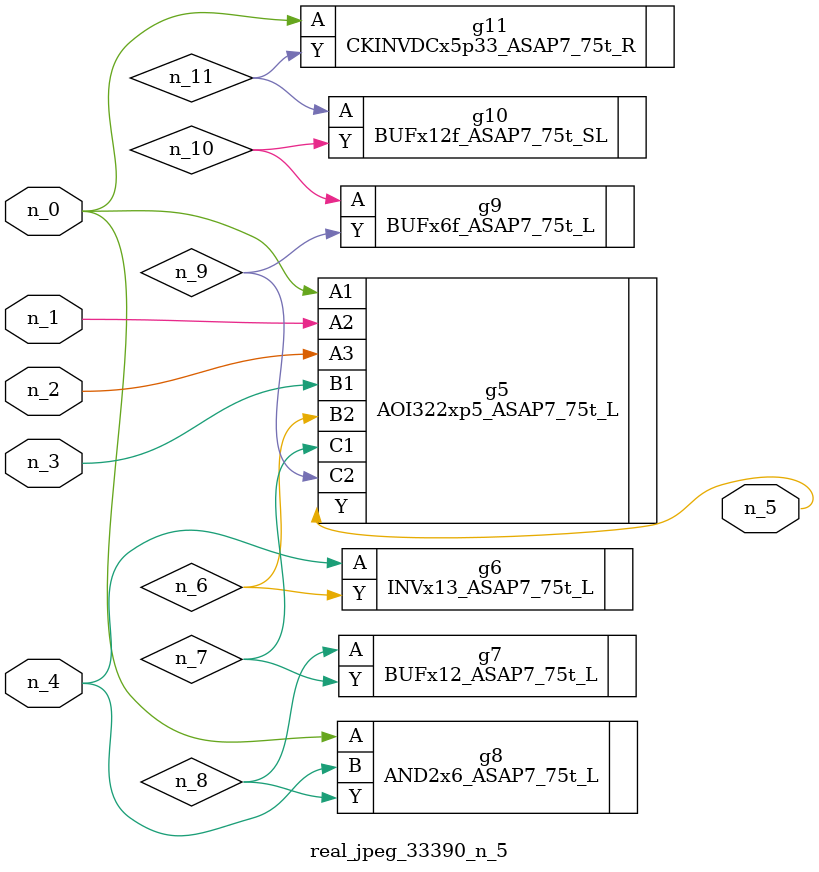
<source format=v>
module real_jpeg_33390_n_5 (n_4, n_0, n_1, n_2, n_3, n_5);

input n_4;
input n_0;
input n_1;
input n_2;
input n_3;

output n_5;

wire n_8;
wire n_11;
wire n_6;
wire n_7;
wire n_10;
wire n_9;

AOI322xp5_ASAP7_75t_L g5 ( 
.A1(n_0),
.A2(n_1),
.A3(n_2),
.B1(n_3),
.B2(n_6),
.C1(n_7),
.C2(n_9),
.Y(n_5)
);

AND2x6_ASAP7_75t_L g8 ( 
.A(n_0),
.B(n_4),
.Y(n_8)
);

CKINVDCx5p33_ASAP7_75t_R g11 ( 
.A(n_0),
.Y(n_11)
);

INVx13_ASAP7_75t_L g6 ( 
.A(n_4),
.Y(n_6)
);

BUFx12_ASAP7_75t_L g7 ( 
.A(n_8),
.Y(n_7)
);

BUFx6f_ASAP7_75t_L g9 ( 
.A(n_10),
.Y(n_9)
);

BUFx12f_ASAP7_75t_SL g10 ( 
.A(n_11),
.Y(n_10)
);


endmodule
</source>
